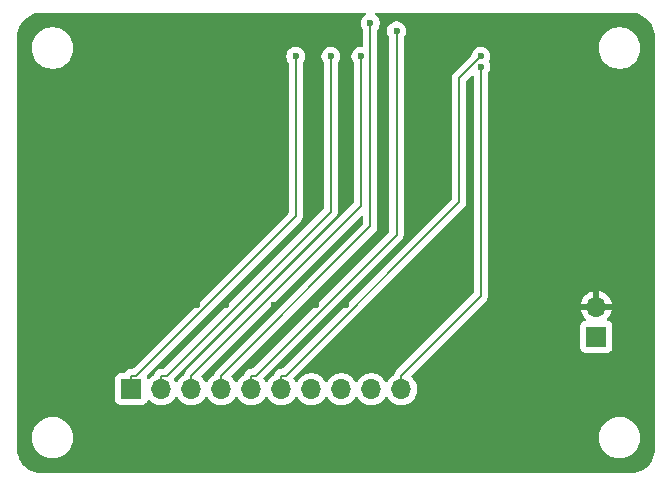
<source format=gbr>
%TF.GenerationSoftware,KiCad,Pcbnew,9.0.0*%
%TF.CreationDate,2025-02-26T09:21:49+02:00*%
%TF.ProjectId,E900M30S shield,45393030-4d33-4305-9320-736869656c64,rev?*%
%TF.SameCoordinates,Original*%
%TF.FileFunction,Copper,L2,Bot*%
%TF.FilePolarity,Positive*%
%FSLAX46Y46*%
G04 Gerber Fmt 4.6, Leading zero omitted, Abs format (unit mm)*
G04 Created by KiCad (PCBNEW 9.0.0) date 2025-02-26 09:21:49*
%MOMM*%
%LPD*%
G01*
G04 APERTURE LIST*
%TA.AperFunction,ComponentPad*%
%ADD10R,1.700000X1.700000*%
%TD*%
%TA.AperFunction,ComponentPad*%
%ADD11O,1.700000X1.700000*%
%TD*%
%TA.AperFunction,ViaPad*%
%ADD12C,0.600000*%
%TD*%
%TA.AperFunction,Conductor*%
%ADD13C,0.200000*%
%TD*%
G04 APERTURE END LIST*
D10*
%TO.P,J1,1*%
%TO.N,NSS*%
X119380000Y-128905000D03*
D11*
%TO.P,J1,2*%
%TO.N,SCK*%
X121920000Y-128905000D03*
%TO.P,J1,3*%
%TO.N,MOSI*%
X124460000Y-128905000D03*
%TO.P,J1,4*%
%TO.N,MISO*%
X127000000Y-128905000D03*
%TO.P,J1,5*%
%TO.N,RST*%
X129540000Y-128905000D03*
%TO.P,J1,6*%
%TO.N,BUSY*%
X132080000Y-128905000D03*
%TO.P,J1,7*%
%TO.N,RXEN*%
X134620000Y-128905000D03*
%TO.P,J1,8*%
%TO.N,TXEN*%
X137160000Y-128905000D03*
%TO.P,J1,9*%
%TO.N,DIO2*%
X139700000Y-128905000D03*
%TO.P,J1,10*%
%TO.N,DIO1*%
X142240000Y-128905000D03*
%TD*%
D10*
%TO.P,J2,1*%
%TO.N,+5V*%
X158750000Y-124460000D03*
D11*
%TO.P,J2,2*%
%TO.N,GND*%
X158750000Y-121920000D03*
%TD*%
D12*
%TO.N,GND*%
X131445000Y-121782000D03*
X145415000Y-119380000D03*
X122357000Y-121782000D03*
X135010000Y-121782000D03*
X127410000Y-103174000D03*
X122330000Y-103174000D03*
X127429000Y-121782000D03*
X145415000Y-127000000D03*
X152790000Y-103174000D03*
X124917000Y-121782000D03*
X137550000Y-121782000D03*
%TO.N,MISO*%
X139625700Y-97910200D03*
%TO.N,MOSI*%
X138820000Y-100726200D03*
%TO.N,DIO1*%
X148980000Y-101611000D03*
%TO.N,NSS*%
X133308700Y-100726200D03*
%TO.N,BUSY*%
X148980000Y-100726200D03*
%TO.N,SCK*%
X136280000Y-100726200D03*
%TO.N,RST*%
X141840200Y-98572000D03*
%TD*%
D13*
%TO.N,MISO*%
X139625700Y-97910200D02*
X139625700Y-115127600D01*
X139625700Y-115127600D02*
X127000000Y-127753300D01*
X127000000Y-128905000D02*
X127000000Y-127753300D01*
%TO.N,MOSI*%
X138820000Y-113393300D02*
X124460000Y-127753300D01*
X124460000Y-128905000D02*
X124460000Y-127753300D01*
X138820000Y-100726200D02*
X138820000Y-113393300D01*
%TO.N,DIO1*%
X148980000Y-101611000D02*
X148980000Y-121013300D01*
X142240000Y-128905000D02*
X142240000Y-127753300D01*
X148980000Y-121013300D02*
X142240000Y-127753300D01*
%TO.N,NSS*%
X119380000Y-128905000D02*
X119380000Y-127753300D01*
X119811900Y-127753300D02*
X119380000Y-127753300D01*
X133308700Y-100726200D02*
X133308700Y-114256500D01*
X133308700Y-114256500D02*
X119811900Y-127753300D01*
%TO.N,BUSY*%
X147125300Y-113066000D02*
X132438000Y-127753300D01*
X147125300Y-102580900D02*
X147125300Y-113066000D01*
X148980000Y-100726200D02*
X147125300Y-102580900D01*
X132438000Y-127753300D02*
X132080000Y-127753300D01*
X132080000Y-128905000D02*
X132080000Y-127753300D01*
%TO.N,SCK*%
X136280000Y-100726200D02*
X136280000Y-113870600D01*
X121920000Y-128905000D02*
X121920000Y-127753300D01*
X122397300Y-127753300D02*
X121920000Y-127753300D01*
X136280000Y-113870600D02*
X122397300Y-127753300D01*
%TO.N,RST*%
X141840200Y-115811100D02*
X129898000Y-127753300D01*
X129898000Y-127753300D02*
X129540000Y-127753300D01*
X129540000Y-128905000D02*
X129540000Y-127753300D01*
X141840200Y-98572000D02*
X141840200Y-115811100D01*
%TD*%
%TA.AperFunction,Conductor*%
%TO.N,GND*%
G36*
X139174633Y-97040185D02*
G01*
X139220388Y-97092989D01*
X139230332Y-97162147D01*
X139201307Y-97225703D01*
X139176485Y-97247602D01*
X139115411Y-97288410D01*
X139115407Y-97288413D01*
X139003913Y-97399907D01*
X139003910Y-97399911D01*
X138916309Y-97531014D01*
X138916302Y-97531027D01*
X138855964Y-97676698D01*
X138855961Y-97676710D01*
X138825200Y-97831353D01*
X138825200Y-97989046D01*
X138855961Y-98143689D01*
X138855964Y-98143701D01*
X138916302Y-98289372D01*
X138916309Y-98289385D01*
X139004302Y-98421074D01*
X139025180Y-98487751D01*
X139025200Y-98489965D01*
X139025200Y-99801700D01*
X139005515Y-99868739D01*
X138952711Y-99914494D01*
X138901200Y-99925700D01*
X138741155Y-99925700D01*
X138586510Y-99956461D01*
X138586498Y-99956464D01*
X138440827Y-100016802D01*
X138440814Y-100016809D01*
X138309711Y-100104410D01*
X138309707Y-100104413D01*
X138198213Y-100215907D01*
X138198210Y-100215911D01*
X138110609Y-100347014D01*
X138110602Y-100347027D01*
X138050264Y-100492698D01*
X138050261Y-100492710D01*
X138019500Y-100647353D01*
X138019500Y-100805046D01*
X138050261Y-100959689D01*
X138050264Y-100959701D01*
X138110602Y-101105372D01*
X138110609Y-101105385D01*
X138198602Y-101237074D01*
X138219480Y-101303751D01*
X138219500Y-101305965D01*
X138219500Y-113093202D01*
X138199815Y-113160241D01*
X138183181Y-113180883D01*
X123979481Y-127384582D01*
X123979479Y-127384585D01*
X123934742Y-127462073D01*
X123929360Y-127471395D01*
X123900423Y-127521515D01*
X123865839Y-127650582D01*
X123863953Y-127655742D01*
X123846331Y-127679606D01*
X123830898Y-127704926D01*
X123824239Y-127709526D01*
X123822450Y-127711949D01*
X123818625Y-127713404D01*
X123803785Y-127723656D01*
X123752182Y-127749949D01*
X123580213Y-127874890D01*
X123429890Y-128025213D01*
X123304949Y-128197182D01*
X123300484Y-128205946D01*
X123252509Y-128256742D01*
X123184688Y-128273536D01*
X123118553Y-128250998D01*
X123079516Y-128205946D01*
X123075052Y-128197186D01*
X123075051Y-128197184D01*
X123022671Y-128125089D01*
X122999192Y-128059284D01*
X123015017Y-127991230D01*
X123035305Y-127964528D01*
X136760520Y-114239316D01*
X136839577Y-114102384D01*
X136880501Y-113949657D01*
X136880501Y-113791542D01*
X136880501Y-113783947D01*
X136880500Y-113783929D01*
X136880500Y-101305965D01*
X136900185Y-101238926D01*
X136901398Y-101237074D01*
X136989390Y-101105385D01*
X136989390Y-101105384D01*
X136989394Y-101105379D01*
X137049737Y-100959697D01*
X137080500Y-100805042D01*
X137080500Y-100647358D01*
X137080500Y-100647355D01*
X137080499Y-100647353D01*
X137049738Y-100492710D01*
X137049738Y-100492708D01*
X137049737Y-100492703D01*
X136995698Y-100362240D01*
X136989397Y-100347027D01*
X136989390Y-100347014D01*
X136901789Y-100215911D01*
X136901786Y-100215907D01*
X136790292Y-100104413D01*
X136790288Y-100104410D01*
X136659185Y-100016809D01*
X136659172Y-100016802D01*
X136513501Y-99956464D01*
X136513489Y-99956461D01*
X136358845Y-99925700D01*
X136358842Y-99925700D01*
X136201158Y-99925700D01*
X136201155Y-99925700D01*
X136046510Y-99956461D01*
X136046498Y-99956464D01*
X135900827Y-100016802D01*
X135900814Y-100016809D01*
X135769711Y-100104410D01*
X135769707Y-100104413D01*
X135658213Y-100215907D01*
X135658210Y-100215911D01*
X135570609Y-100347014D01*
X135570602Y-100347027D01*
X135510264Y-100492698D01*
X135510261Y-100492710D01*
X135479500Y-100647353D01*
X135479500Y-100805046D01*
X135510261Y-100959689D01*
X135510264Y-100959701D01*
X135570602Y-101105372D01*
X135570609Y-101105385D01*
X135658602Y-101237074D01*
X135679480Y-101303751D01*
X135679500Y-101305965D01*
X135679500Y-113570502D01*
X135659815Y-113637541D01*
X135643181Y-113658183D01*
X122184884Y-127116481D01*
X122123561Y-127149966D01*
X122097203Y-127152800D01*
X121840943Y-127152800D01*
X121688216Y-127193723D01*
X121688209Y-127193726D01*
X121551290Y-127272775D01*
X121551282Y-127272781D01*
X121439481Y-127384582D01*
X121439475Y-127384590D01*
X121360426Y-127521509D01*
X121360423Y-127521514D01*
X121327264Y-127645266D01*
X121290898Y-127704926D01*
X121263785Y-127723656D01*
X121212182Y-127749949D01*
X121040215Y-127874889D01*
X120926673Y-127988431D01*
X120865350Y-128021915D01*
X120795658Y-128016931D01*
X120739725Y-127975059D01*
X120722810Y-127944083D01*
X120697005Y-127874896D01*
X120682075Y-127834868D01*
X120677092Y-127765179D01*
X120710575Y-127703858D01*
X133789220Y-114625216D01*
X133868277Y-114488284D01*
X133909201Y-114335557D01*
X133909201Y-114177442D01*
X133909201Y-114169847D01*
X133909200Y-114169829D01*
X133909200Y-101305965D01*
X133928885Y-101238926D01*
X133930098Y-101237074D01*
X134018090Y-101105385D01*
X134018090Y-101105384D01*
X134018094Y-101105379D01*
X134078437Y-100959697D01*
X134109200Y-100805042D01*
X134109200Y-100647358D01*
X134109200Y-100647355D01*
X134109199Y-100647353D01*
X134078438Y-100492710D01*
X134078438Y-100492708D01*
X134078437Y-100492703D01*
X134024398Y-100362240D01*
X134018097Y-100347027D01*
X134018090Y-100347014D01*
X133930489Y-100215911D01*
X133930486Y-100215907D01*
X133818992Y-100104413D01*
X133818988Y-100104410D01*
X133687885Y-100016809D01*
X133687872Y-100016802D01*
X133542201Y-99956464D01*
X133542189Y-99956461D01*
X133387545Y-99925700D01*
X133387542Y-99925700D01*
X133229858Y-99925700D01*
X133229855Y-99925700D01*
X133075210Y-99956461D01*
X133075198Y-99956464D01*
X132929527Y-100016802D01*
X132929514Y-100016809D01*
X132798411Y-100104410D01*
X132798407Y-100104413D01*
X132686913Y-100215907D01*
X132686910Y-100215911D01*
X132599309Y-100347014D01*
X132599302Y-100347027D01*
X132538964Y-100492698D01*
X132538961Y-100492710D01*
X132508200Y-100647353D01*
X132508200Y-100805046D01*
X132538961Y-100959689D01*
X132538964Y-100959701D01*
X132599302Y-101105372D01*
X132599309Y-101105385D01*
X132687302Y-101237074D01*
X132708180Y-101303751D01*
X132708200Y-101305965D01*
X132708200Y-113956402D01*
X132688515Y-114023441D01*
X132671881Y-114044083D01*
X119599484Y-127116481D01*
X119538161Y-127149966D01*
X119511803Y-127152800D01*
X119300943Y-127152800D01*
X119148216Y-127193723D01*
X119148209Y-127193726D01*
X119011290Y-127272775D01*
X119011282Y-127272781D01*
X118899481Y-127384582D01*
X118899477Y-127384587D01*
X118837174Y-127492500D01*
X118786607Y-127540716D01*
X118729787Y-127554500D01*
X118482130Y-127554500D01*
X118482123Y-127554501D01*
X118422516Y-127560908D01*
X118287671Y-127611202D01*
X118287664Y-127611206D01*
X118172455Y-127697452D01*
X118172452Y-127697455D01*
X118086206Y-127812664D01*
X118086202Y-127812671D01*
X118035908Y-127947517D01*
X118029501Y-128007116D01*
X118029500Y-128007135D01*
X118029500Y-129802870D01*
X118029501Y-129802876D01*
X118035908Y-129862483D01*
X118086202Y-129997328D01*
X118086206Y-129997335D01*
X118172452Y-130112544D01*
X118172455Y-130112547D01*
X118287664Y-130198793D01*
X118287671Y-130198797D01*
X118422517Y-130249091D01*
X118422516Y-130249091D01*
X118429444Y-130249835D01*
X118482127Y-130255500D01*
X120277872Y-130255499D01*
X120337483Y-130249091D01*
X120472331Y-130198796D01*
X120587546Y-130112546D01*
X120673796Y-129997331D01*
X120722810Y-129865916D01*
X120764681Y-129809984D01*
X120830145Y-129785566D01*
X120898418Y-129800417D01*
X120926673Y-129821569D01*
X121040213Y-129935109D01*
X121212179Y-130060048D01*
X121212181Y-130060049D01*
X121212184Y-130060051D01*
X121401588Y-130156557D01*
X121603757Y-130222246D01*
X121813713Y-130255500D01*
X121813714Y-130255500D01*
X122026286Y-130255500D01*
X122026287Y-130255500D01*
X122236243Y-130222246D01*
X122438412Y-130156557D01*
X122627816Y-130060051D01*
X122714138Y-129997335D01*
X122799786Y-129935109D01*
X122799788Y-129935106D01*
X122799792Y-129935104D01*
X122950104Y-129784792D01*
X122950106Y-129784788D01*
X122950109Y-129784786D01*
X123075048Y-129612820D01*
X123075047Y-129612820D01*
X123075051Y-129612816D01*
X123079514Y-129604054D01*
X123127488Y-129553259D01*
X123195308Y-129536463D01*
X123261444Y-129558999D01*
X123300486Y-129604056D01*
X123304951Y-129612820D01*
X123429890Y-129784786D01*
X123580213Y-129935109D01*
X123752179Y-130060048D01*
X123752181Y-130060049D01*
X123752184Y-130060051D01*
X123941588Y-130156557D01*
X124143757Y-130222246D01*
X124353713Y-130255500D01*
X124353714Y-130255500D01*
X124566286Y-130255500D01*
X124566287Y-130255500D01*
X124776243Y-130222246D01*
X124978412Y-130156557D01*
X125167816Y-130060051D01*
X125254138Y-129997335D01*
X125339786Y-129935109D01*
X125339788Y-129935106D01*
X125339792Y-129935104D01*
X125490104Y-129784792D01*
X125490106Y-129784788D01*
X125490109Y-129784786D01*
X125615048Y-129612820D01*
X125615047Y-129612820D01*
X125615051Y-129612816D01*
X125619514Y-129604054D01*
X125667488Y-129553259D01*
X125735308Y-129536463D01*
X125801444Y-129558999D01*
X125840486Y-129604056D01*
X125844951Y-129612820D01*
X125969890Y-129784786D01*
X126120213Y-129935109D01*
X126292179Y-130060048D01*
X126292181Y-130060049D01*
X126292184Y-130060051D01*
X126481588Y-130156557D01*
X126683757Y-130222246D01*
X126893713Y-130255500D01*
X126893714Y-130255500D01*
X127106286Y-130255500D01*
X127106287Y-130255500D01*
X127316243Y-130222246D01*
X127518412Y-130156557D01*
X127707816Y-130060051D01*
X127794138Y-129997335D01*
X127879786Y-129935109D01*
X127879788Y-129935106D01*
X127879792Y-129935104D01*
X128030104Y-129784792D01*
X128030106Y-129784788D01*
X128030109Y-129784786D01*
X128155048Y-129612820D01*
X128155047Y-129612820D01*
X128155051Y-129612816D01*
X128159514Y-129604054D01*
X128207488Y-129553259D01*
X128275308Y-129536463D01*
X128341444Y-129558999D01*
X128380486Y-129604056D01*
X128384951Y-129612820D01*
X128509890Y-129784786D01*
X128660213Y-129935109D01*
X128832179Y-130060048D01*
X128832181Y-130060049D01*
X128832184Y-130060051D01*
X129021588Y-130156557D01*
X129223757Y-130222246D01*
X129433713Y-130255500D01*
X129433714Y-130255500D01*
X129646286Y-130255500D01*
X129646287Y-130255500D01*
X129856243Y-130222246D01*
X130058412Y-130156557D01*
X130247816Y-130060051D01*
X130334138Y-129997335D01*
X130419786Y-129935109D01*
X130419788Y-129935106D01*
X130419792Y-129935104D01*
X130570104Y-129784792D01*
X130570106Y-129784788D01*
X130570109Y-129784786D01*
X130695048Y-129612820D01*
X130695047Y-129612820D01*
X130695051Y-129612816D01*
X130699514Y-129604054D01*
X130747488Y-129553259D01*
X130815308Y-129536463D01*
X130881444Y-129558999D01*
X130920486Y-129604056D01*
X130924951Y-129612820D01*
X131049890Y-129784786D01*
X131200213Y-129935109D01*
X131372179Y-130060048D01*
X131372181Y-130060049D01*
X131372184Y-130060051D01*
X131561588Y-130156557D01*
X131763757Y-130222246D01*
X131973713Y-130255500D01*
X131973714Y-130255500D01*
X132186286Y-130255500D01*
X132186287Y-130255500D01*
X132396243Y-130222246D01*
X132598412Y-130156557D01*
X132787816Y-130060051D01*
X132874138Y-129997335D01*
X132959786Y-129935109D01*
X132959788Y-129935106D01*
X132959792Y-129935104D01*
X133110104Y-129784792D01*
X133110106Y-129784788D01*
X133110109Y-129784786D01*
X133235048Y-129612820D01*
X133235047Y-129612820D01*
X133235051Y-129612816D01*
X133239514Y-129604054D01*
X133287488Y-129553259D01*
X133355308Y-129536463D01*
X133421444Y-129558999D01*
X133460486Y-129604056D01*
X133464951Y-129612820D01*
X133589890Y-129784786D01*
X133740213Y-129935109D01*
X133912179Y-130060048D01*
X133912181Y-130060049D01*
X133912184Y-130060051D01*
X134101588Y-130156557D01*
X134303757Y-130222246D01*
X134513713Y-130255500D01*
X134513714Y-130255500D01*
X134726286Y-130255500D01*
X134726287Y-130255500D01*
X134936243Y-130222246D01*
X135138412Y-130156557D01*
X135327816Y-130060051D01*
X135414138Y-129997335D01*
X135499786Y-129935109D01*
X135499788Y-129935106D01*
X135499792Y-129935104D01*
X135650104Y-129784792D01*
X135650106Y-129784788D01*
X135650109Y-129784786D01*
X135775048Y-129612820D01*
X135775047Y-129612820D01*
X135775051Y-129612816D01*
X135779514Y-129604054D01*
X135827488Y-129553259D01*
X135895308Y-129536463D01*
X135961444Y-129558999D01*
X136000486Y-129604056D01*
X136004951Y-129612820D01*
X136129890Y-129784786D01*
X136280213Y-129935109D01*
X136452179Y-130060048D01*
X136452181Y-130060049D01*
X136452184Y-130060051D01*
X136641588Y-130156557D01*
X136843757Y-130222246D01*
X137053713Y-130255500D01*
X137053714Y-130255500D01*
X137266286Y-130255500D01*
X137266287Y-130255500D01*
X137476243Y-130222246D01*
X137678412Y-130156557D01*
X137867816Y-130060051D01*
X137954138Y-129997335D01*
X138039786Y-129935109D01*
X138039788Y-129935106D01*
X138039792Y-129935104D01*
X138190104Y-129784792D01*
X138190106Y-129784788D01*
X138190109Y-129784786D01*
X138315048Y-129612820D01*
X138315047Y-129612820D01*
X138315051Y-129612816D01*
X138319514Y-129604054D01*
X138367488Y-129553259D01*
X138435308Y-129536463D01*
X138501444Y-129558999D01*
X138540486Y-129604056D01*
X138544951Y-129612820D01*
X138669890Y-129784786D01*
X138820213Y-129935109D01*
X138992179Y-130060048D01*
X138992181Y-130060049D01*
X138992184Y-130060051D01*
X139181588Y-130156557D01*
X139383757Y-130222246D01*
X139593713Y-130255500D01*
X139593714Y-130255500D01*
X139806286Y-130255500D01*
X139806287Y-130255500D01*
X140016243Y-130222246D01*
X140218412Y-130156557D01*
X140407816Y-130060051D01*
X140494138Y-129997335D01*
X140579786Y-129935109D01*
X140579788Y-129935106D01*
X140579792Y-129935104D01*
X140730104Y-129784792D01*
X140730106Y-129784788D01*
X140730109Y-129784786D01*
X140855048Y-129612820D01*
X140855047Y-129612820D01*
X140855051Y-129612816D01*
X140859514Y-129604054D01*
X140907488Y-129553259D01*
X140975308Y-129536463D01*
X141041444Y-129558999D01*
X141080486Y-129604056D01*
X141084951Y-129612820D01*
X141209890Y-129784786D01*
X141360213Y-129935109D01*
X141532179Y-130060048D01*
X141532181Y-130060049D01*
X141532184Y-130060051D01*
X141721588Y-130156557D01*
X141923757Y-130222246D01*
X142133713Y-130255500D01*
X142133714Y-130255500D01*
X142346286Y-130255500D01*
X142346287Y-130255500D01*
X142556243Y-130222246D01*
X142758412Y-130156557D01*
X142947816Y-130060051D01*
X143034138Y-129997335D01*
X143119786Y-129935109D01*
X143119788Y-129935106D01*
X143119792Y-129935104D01*
X143270104Y-129784792D01*
X143270106Y-129784788D01*
X143270109Y-129784786D01*
X143395048Y-129612820D01*
X143395047Y-129612820D01*
X143395051Y-129612816D01*
X143491557Y-129423412D01*
X143557246Y-129221243D01*
X143590500Y-129011287D01*
X143590500Y-128798713D01*
X143557246Y-128588757D01*
X143491557Y-128386588D01*
X143395051Y-128197184D01*
X143395049Y-128197181D01*
X143395048Y-128197179D01*
X143270109Y-128025213D01*
X143131396Y-127886500D01*
X143097911Y-127825177D01*
X143102895Y-127755485D01*
X143131396Y-127711138D01*
X145174990Y-125667544D01*
X147280399Y-123562135D01*
X157399500Y-123562135D01*
X157399500Y-125357870D01*
X157399501Y-125357876D01*
X157405908Y-125417483D01*
X157456202Y-125552328D01*
X157456206Y-125552335D01*
X157542452Y-125667544D01*
X157542455Y-125667547D01*
X157657664Y-125753793D01*
X157657671Y-125753797D01*
X157792517Y-125804091D01*
X157792516Y-125804091D01*
X157799444Y-125804835D01*
X157852127Y-125810500D01*
X159647872Y-125810499D01*
X159707483Y-125804091D01*
X159842331Y-125753796D01*
X159957546Y-125667546D01*
X160043796Y-125552331D01*
X160094091Y-125417483D01*
X160100500Y-125357873D01*
X160100499Y-123562128D01*
X160094091Y-123502517D01*
X160043796Y-123367669D01*
X160043795Y-123367668D01*
X160043793Y-123367664D01*
X159957547Y-123252455D01*
X159957544Y-123252452D01*
X159842335Y-123166206D01*
X159842328Y-123166202D01*
X159710401Y-123116997D01*
X159654467Y-123075126D01*
X159630050Y-123009662D01*
X159644902Y-122941389D01*
X159666053Y-122913133D01*
X159779728Y-122799458D01*
X159904620Y-122627557D01*
X160001095Y-122438217D01*
X160066757Y-122236129D01*
X160066757Y-122236126D01*
X160077231Y-122170000D01*
X159183012Y-122170000D01*
X159215925Y-122112993D01*
X159250000Y-121985826D01*
X159250000Y-121854174D01*
X159215925Y-121727007D01*
X159183012Y-121670000D01*
X160077231Y-121670000D01*
X160066757Y-121603873D01*
X160066757Y-121603870D01*
X160001095Y-121401782D01*
X159904620Y-121212442D01*
X159779727Y-121040540D01*
X159779723Y-121040535D01*
X159629464Y-120890276D01*
X159629459Y-120890272D01*
X159457557Y-120765379D01*
X159268215Y-120668903D01*
X159066124Y-120603241D01*
X159000000Y-120592768D01*
X159000000Y-121486988D01*
X158942993Y-121454075D01*
X158815826Y-121420000D01*
X158684174Y-121420000D01*
X158557007Y-121454075D01*
X158500000Y-121486988D01*
X158500000Y-120592768D01*
X158499999Y-120592768D01*
X158433875Y-120603241D01*
X158231784Y-120668903D01*
X158042442Y-120765379D01*
X157870540Y-120890272D01*
X157870535Y-120890276D01*
X157720276Y-121040535D01*
X157720272Y-121040540D01*
X157595379Y-121212442D01*
X157498904Y-121401782D01*
X157433242Y-121603870D01*
X157433242Y-121603873D01*
X157422769Y-121670000D01*
X158316988Y-121670000D01*
X158284075Y-121727007D01*
X158250000Y-121854174D01*
X158250000Y-121985826D01*
X158284075Y-122112993D01*
X158316988Y-122170000D01*
X157422769Y-122170000D01*
X157433242Y-122236126D01*
X157433242Y-122236129D01*
X157498904Y-122438217D01*
X157595379Y-122627557D01*
X157720272Y-122799459D01*
X157720276Y-122799464D01*
X157833946Y-122913134D01*
X157867431Y-122974457D01*
X157862447Y-123044149D01*
X157820575Y-123100082D01*
X157789598Y-123116997D01*
X157657671Y-123166202D01*
X157657664Y-123166206D01*
X157542455Y-123252452D01*
X157542452Y-123252455D01*
X157456206Y-123367664D01*
X157456202Y-123367671D01*
X157405908Y-123502517D01*
X157399501Y-123562116D01*
X157399501Y-123562123D01*
X157399500Y-123562135D01*
X147280399Y-123562135D01*
X149338506Y-121504028D01*
X149338511Y-121504024D01*
X149348714Y-121493820D01*
X149348716Y-121493820D01*
X149460520Y-121382016D01*
X149539577Y-121245084D01*
X149580500Y-121092357D01*
X149580500Y-102190765D01*
X149600185Y-102123726D01*
X149601398Y-102121874D01*
X149689390Y-101990185D01*
X149689390Y-101990184D01*
X149689394Y-101990179D01*
X149749737Y-101844497D01*
X149780500Y-101689842D01*
X149780500Y-101532158D01*
X149780500Y-101532155D01*
X149780499Y-101532153D01*
X149749738Y-101377510D01*
X149749737Y-101377503D01*
X149689394Y-101231821D01*
X149689393Y-101231819D01*
X149686846Y-101227054D01*
X149672604Y-101158651D01*
X149686846Y-101110146D01*
X149689390Y-101105384D01*
X149689394Y-101105379D01*
X149749737Y-100959697D01*
X149780500Y-100805042D01*
X149780500Y-100647358D01*
X149780500Y-100647355D01*
X149780499Y-100647353D01*
X149749738Y-100492710D01*
X149749738Y-100492708D01*
X149749737Y-100492703D01*
X149695698Y-100362240D01*
X149689397Y-100347027D01*
X149689390Y-100347014D01*
X149601789Y-100215911D01*
X149601786Y-100215907D01*
X149490292Y-100104413D01*
X149490288Y-100104410D01*
X149359185Y-100016809D01*
X149359175Y-100016804D01*
X149356676Y-100015769D01*
X149356675Y-100015768D01*
X149356674Y-100015768D01*
X149213501Y-99956464D01*
X149213489Y-99956461D01*
X149058845Y-99925700D01*
X149058842Y-99925700D01*
X148901158Y-99925700D01*
X148901155Y-99925700D01*
X148746510Y-99956461D01*
X148746498Y-99956464D01*
X148600827Y-100016802D01*
X148600814Y-100016809D01*
X148469711Y-100104410D01*
X148469707Y-100104413D01*
X148358213Y-100215907D01*
X148358210Y-100215911D01*
X148270609Y-100347014D01*
X148270602Y-100347027D01*
X148210264Y-100492698D01*
X148210261Y-100492708D01*
X148179361Y-100648050D01*
X148146976Y-100709961D01*
X148145425Y-100711539D01*
X146644781Y-102212182D01*
X146644777Y-102212187D01*
X146630742Y-102236499D01*
X146630741Y-102236501D01*
X146565723Y-102349115D01*
X146524799Y-102501843D01*
X146524799Y-102501845D01*
X146524799Y-102669946D01*
X146524800Y-102669959D01*
X146524800Y-112765903D01*
X146505115Y-112832942D01*
X146488481Y-112853584D01*
X132225584Y-127116481D01*
X132164261Y-127149966D01*
X132137903Y-127152800D01*
X132000943Y-127152800D01*
X131848216Y-127193723D01*
X131848209Y-127193726D01*
X131711290Y-127272775D01*
X131711282Y-127272781D01*
X131599481Y-127384582D01*
X131599475Y-127384590D01*
X131520426Y-127521509D01*
X131520423Y-127521514D01*
X131487264Y-127645266D01*
X131450898Y-127704926D01*
X131423785Y-127723656D01*
X131372182Y-127749949D01*
X131200213Y-127874890D01*
X131049890Y-128025213D01*
X130924949Y-128197182D01*
X130920484Y-128205946D01*
X130872509Y-128256742D01*
X130804688Y-128273536D01*
X130738553Y-128250998D01*
X130699516Y-128205946D01*
X130695050Y-128197182D01*
X130592470Y-128055992D01*
X130568990Y-127990186D01*
X130584816Y-127922132D01*
X130605103Y-127895430D01*
X142208913Y-116291621D01*
X142208916Y-116291620D01*
X142320720Y-116179816D01*
X142370839Y-116093004D01*
X142399777Y-116042885D01*
X142440700Y-115890158D01*
X142440700Y-115732043D01*
X142440700Y-99905258D01*
X158969500Y-99905258D01*
X158969500Y-100134741D01*
X158994446Y-100324215D01*
X158999452Y-100362238D01*
X159035153Y-100495478D01*
X159058842Y-100583887D01*
X159146650Y-100795876D01*
X159146657Y-100795890D01*
X159261392Y-100994617D01*
X159401081Y-101176661D01*
X159401089Y-101176670D01*
X159563330Y-101338911D01*
X159563338Y-101338918D01*
X159745382Y-101478607D01*
X159745385Y-101478608D01*
X159745388Y-101478611D01*
X159944112Y-101593344D01*
X159944117Y-101593346D01*
X159944123Y-101593349D01*
X160035480Y-101631190D01*
X160156113Y-101681158D01*
X160377762Y-101740548D01*
X160605266Y-101770500D01*
X160605273Y-101770500D01*
X160834727Y-101770500D01*
X160834734Y-101770500D01*
X161062238Y-101740548D01*
X161283887Y-101681158D01*
X161495888Y-101593344D01*
X161694612Y-101478611D01*
X161876661Y-101338919D01*
X161876665Y-101338914D01*
X161876670Y-101338911D01*
X162038911Y-101176670D01*
X162038914Y-101176665D01*
X162038919Y-101176661D01*
X162178611Y-100994612D01*
X162293344Y-100795888D01*
X162381158Y-100583887D01*
X162440548Y-100362238D01*
X162470500Y-100134734D01*
X162470500Y-99905266D01*
X162440548Y-99677762D01*
X162381158Y-99456113D01*
X162317642Y-99302773D01*
X162293349Y-99244123D01*
X162293346Y-99244117D01*
X162293344Y-99244112D01*
X162178611Y-99045388D01*
X162178608Y-99045385D01*
X162178607Y-99045382D01*
X162038918Y-98863338D01*
X162038911Y-98863330D01*
X161876670Y-98701089D01*
X161876661Y-98701081D01*
X161694617Y-98561392D01*
X161669623Y-98546962D01*
X161495888Y-98446656D01*
X161495876Y-98446650D01*
X161283887Y-98358842D01*
X161062238Y-98299452D01*
X161024215Y-98294446D01*
X160834741Y-98269500D01*
X160834734Y-98269500D01*
X160605266Y-98269500D01*
X160605258Y-98269500D01*
X160388715Y-98298009D01*
X160377762Y-98299452D01*
X160284076Y-98324554D01*
X160156112Y-98358842D01*
X159944123Y-98446650D01*
X159944109Y-98446657D01*
X159745382Y-98561392D01*
X159563338Y-98701081D01*
X159401081Y-98863338D01*
X159261392Y-99045382D01*
X159146657Y-99244109D01*
X159146650Y-99244123D01*
X159058842Y-99456112D01*
X158999453Y-99677759D01*
X158999451Y-99677770D01*
X158969500Y-99905258D01*
X142440700Y-99905258D01*
X142440700Y-99151765D01*
X142460385Y-99084726D01*
X142461598Y-99082874D01*
X142466221Y-99075956D01*
X142549594Y-98951179D01*
X142609937Y-98805497D01*
X142640700Y-98650842D01*
X142640700Y-98493158D01*
X142640700Y-98493155D01*
X142640699Y-98493153D01*
X142626730Y-98422926D01*
X142609937Y-98338503D01*
X142589592Y-98289385D01*
X142549597Y-98192827D01*
X142549590Y-98192814D01*
X142461989Y-98061711D01*
X142461986Y-98061707D01*
X142350492Y-97950213D01*
X142350488Y-97950210D01*
X142219385Y-97862609D01*
X142219372Y-97862602D01*
X142073701Y-97802264D01*
X142073689Y-97802261D01*
X141919045Y-97771500D01*
X141919042Y-97771500D01*
X141761358Y-97771500D01*
X141761355Y-97771500D01*
X141606710Y-97802261D01*
X141606698Y-97802264D01*
X141461027Y-97862602D01*
X141461014Y-97862609D01*
X141329911Y-97950210D01*
X141329907Y-97950213D01*
X141218413Y-98061707D01*
X141218410Y-98061711D01*
X141130809Y-98192814D01*
X141130802Y-98192827D01*
X141070464Y-98338498D01*
X141070461Y-98338510D01*
X141039700Y-98493153D01*
X141039700Y-98650846D01*
X141070461Y-98805489D01*
X141070464Y-98805501D01*
X141130802Y-98951172D01*
X141130809Y-98951185D01*
X141218802Y-99082874D01*
X141239680Y-99149551D01*
X141239700Y-99151765D01*
X141239700Y-115511003D01*
X141220015Y-115578042D01*
X141203381Y-115598684D01*
X129685584Y-127116481D01*
X129624261Y-127149966D01*
X129597903Y-127152800D01*
X129460943Y-127152800D01*
X129308216Y-127193723D01*
X129308209Y-127193726D01*
X129171290Y-127272775D01*
X129171282Y-127272781D01*
X129059481Y-127384582D01*
X129059475Y-127384590D01*
X128980426Y-127521509D01*
X128980423Y-127521514D01*
X128947264Y-127645266D01*
X128910898Y-127704926D01*
X128883785Y-127723656D01*
X128832182Y-127749949D01*
X128660213Y-127874890D01*
X128509890Y-128025213D01*
X128384949Y-128197182D01*
X128380484Y-128205946D01*
X128332509Y-128256742D01*
X128264688Y-128273536D01*
X128198553Y-128250998D01*
X128159516Y-128205946D01*
X128155050Y-128197182D01*
X128030109Y-128025213D01*
X127891396Y-127886500D01*
X127857911Y-127825177D01*
X127862895Y-127755485D01*
X127891396Y-127711138D01*
X133932534Y-121670000D01*
X139994413Y-115608121D01*
X139994416Y-115608120D01*
X140106220Y-115496316D01*
X140156339Y-115409504D01*
X140185277Y-115359385D01*
X140226200Y-115206657D01*
X140226200Y-115048543D01*
X140226200Y-98489965D01*
X140245885Y-98422926D01*
X140247098Y-98421074D01*
X140335090Y-98289385D01*
X140335090Y-98289384D01*
X140335094Y-98289379D01*
X140336164Y-98286797D01*
X140395435Y-98143701D01*
X140395437Y-98143697D01*
X140426200Y-97989042D01*
X140426200Y-97831358D01*
X140426200Y-97831355D01*
X140426199Y-97831353D01*
X140395438Y-97676710D01*
X140395437Y-97676703D01*
X140376019Y-97629824D01*
X140335097Y-97531027D01*
X140335090Y-97531014D01*
X140247489Y-97399911D01*
X140247486Y-97399907D01*
X140135992Y-97288413D01*
X140135988Y-97288410D01*
X140074915Y-97247602D01*
X140030110Y-97193990D01*
X140021403Y-97124665D01*
X140051558Y-97061637D01*
X140111001Y-97024918D01*
X140143806Y-97020500D01*
X161594108Y-97020500D01*
X161655933Y-97020500D01*
X161664042Y-97020765D01*
X161687442Y-97022298D01*
X161920725Y-97037588D01*
X161936783Y-97039703D01*
X162185077Y-97089092D01*
X162200728Y-97093286D01*
X162440439Y-97174657D01*
X162455423Y-97180863D01*
X162682460Y-97292826D01*
X162696508Y-97300936D01*
X162906990Y-97441576D01*
X162919854Y-97451447D01*
X163110175Y-97618355D01*
X163121644Y-97629824D01*
X163288552Y-97820145D01*
X163298426Y-97833013D01*
X163439063Y-98043492D01*
X163447173Y-98057539D01*
X163559136Y-98284576D01*
X163565343Y-98299562D01*
X163646711Y-98539265D01*
X163650909Y-98554931D01*
X163700294Y-98803202D01*
X163702412Y-98819284D01*
X163719235Y-99075956D01*
X163719500Y-99084066D01*
X163719500Y-133955933D01*
X163719235Y-133964043D01*
X163702412Y-134220715D01*
X163700294Y-134236797D01*
X163650909Y-134485068D01*
X163646711Y-134500734D01*
X163565343Y-134740437D01*
X163559136Y-134755423D01*
X163447173Y-134982460D01*
X163439063Y-134996507D01*
X163298426Y-135206986D01*
X163288552Y-135219854D01*
X163121644Y-135410175D01*
X163110175Y-135421644D01*
X162919854Y-135588552D01*
X162906986Y-135598426D01*
X162696507Y-135739063D01*
X162682460Y-135747173D01*
X162455423Y-135859136D01*
X162440437Y-135865343D01*
X162200734Y-135946711D01*
X162185068Y-135950909D01*
X161936797Y-136000294D01*
X161920715Y-136002412D01*
X161664043Y-136019235D01*
X161655933Y-136019500D01*
X111784067Y-136019500D01*
X111775957Y-136019235D01*
X111519284Y-136002412D01*
X111503204Y-136000294D01*
X111383728Y-135976528D01*
X111254931Y-135950909D01*
X111239265Y-135946711D01*
X110999562Y-135865343D01*
X110984576Y-135859136D01*
X110757539Y-135747173D01*
X110743492Y-135739063D01*
X110533013Y-135598426D01*
X110520145Y-135588552D01*
X110329824Y-135421644D01*
X110318355Y-135410175D01*
X110151447Y-135219854D01*
X110141573Y-135206986D01*
X110000936Y-134996507D01*
X109992826Y-134982460D01*
X109880863Y-134755423D01*
X109874656Y-134740437D01*
X109854533Y-134681157D01*
X109793286Y-134500728D01*
X109789092Y-134485077D01*
X109739703Y-134236783D01*
X109737588Y-134220725D01*
X109720765Y-133964042D01*
X109720500Y-133955933D01*
X109720500Y-132905258D01*
X110969500Y-132905258D01*
X110969500Y-133134741D01*
X110994446Y-133324215D01*
X110999452Y-133362238D01*
X111035153Y-133495478D01*
X111058842Y-133583887D01*
X111146650Y-133795876D01*
X111146656Y-133795888D01*
X111243739Y-133964042D01*
X111261392Y-133994617D01*
X111401081Y-134176661D01*
X111401089Y-134176670D01*
X111563330Y-134338911D01*
X111563338Y-134338918D01*
X111745382Y-134478607D01*
X111745385Y-134478608D01*
X111745388Y-134478611D01*
X111944112Y-134593344D01*
X111944117Y-134593346D01*
X111944123Y-134593349D01*
X112035480Y-134631190D01*
X112156113Y-134681158D01*
X112377762Y-134740548D01*
X112605266Y-134770500D01*
X112605273Y-134770500D01*
X112834727Y-134770500D01*
X112834734Y-134770500D01*
X113062238Y-134740548D01*
X113283887Y-134681158D01*
X113495888Y-134593344D01*
X113694612Y-134478611D01*
X113876661Y-134338919D01*
X113876665Y-134338914D01*
X113876670Y-134338911D01*
X114038911Y-134176670D01*
X114038914Y-134176665D01*
X114038919Y-134176661D01*
X114178611Y-133994612D01*
X114293344Y-133795888D01*
X114381158Y-133583887D01*
X114440548Y-133362238D01*
X114470500Y-133134734D01*
X114470500Y-132905266D01*
X114470499Y-132905258D01*
X158969500Y-132905258D01*
X158969500Y-133134741D01*
X158994446Y-133324215D01*
X158999452Y-133362238D01*
X159035153Y-133495478D01*
X159058842Y-133583887D01*
X159146650Y-133795876D01*
X159146656Y-133795888D01*
X159243739Y-133964042D01*
X159261392Y-133994617D01*
X159401081Y-134176661D01*
X159401089Y-134176670D01*
X159563330Y-134338911D01*
X159563338Y-134338918D01*
X159745382Y-134478607D01*
X159745385Y-134478608D01*
X159745388Y-134478611D01*
X159944112Y-134593344D01*
X159944117Y-134593346D01*
X159944123Y-134593349D01*
X160035480Y-134631190D01*
X160156113Y-134681158D01*
X160377762Y-134740548D01*
X160605266Y-134770500D01*
X160605273Y-134770500D01*
X160834727Y-134770500D01*
X160834734Y-134770500D01*
X161062238Y-134740548D01*
X161283887Y-134681158D01*
X161495888Y-134593344D01*
X161694612Y-134478611D01*
X161876661Y-134338919D01*
X161876665Y-134338914D01*
X161876670Y-134338911D01*
X162038911Y-134176670D01*
X162038914Y-134176665D01*
X162038919Y-134176661D01*
X162178611Y-133994612D01*
X162293344Y-133795888D01*
X162381158Y-133583887D01*
X162440548Y-133362238D01*
X162470500Y-133134734D01*
X162470500Y-132905266D01*
X162440548Y-132677762D01*
X162381158Y-132456113D01*
X162317642Y-132302773D01*
X162293349Y-132244123D01*
X162293346Y-132244117D01*
X162293344Y-132244112D01*
X162178611Y-132045388D01*
X162178608Y-132045385D01*
X162178607Y-132045382D01*
X162038918Y-131863338D01*
X162038911Y-131863330D01*
X161876670Y-131701089D01*
X161876661Y-131701081D01*
X161694617Y-131561392D01*
X161495890Y-131446657D01*
X161495876Y-131446650D01*
X161283887Y-131358842D01*
X161062238Y-131299452D01*
X161024215Y-131294446D01*
X160834741Y-131269500D01*
X160834734Y-131269500D01*
X160605266Y-131269500D01*
X160605258Y-131269500D01*
X160388715Y-131298009D01*
X160377762Y-131299452D01*
X160284076Y-131324554D01*
X160156112Y-131358842D01*
X159944123Y-131446650D01*
X159944109Y-131446657D01*
X159745382Y-131561392D01*
X159563338Y-131701081D01*
X159401081Y-131863338D01*
X159261392Y-132045382D01*
X159146657Y-132244109D01*
X159146650Y-132244123D01*
X159058842Y-132456112D01*
X158999453Y-132677759D01*
X158999451Y-132677770D01*
X158969500Y-132905258D01*
X114470499Y-132905258D01*
X114440548Y-132677762D01*
X114381158Y-132456113D01*
X114317642Y-132302773D01*
X114293349Y-132244123D01*
X114293346Y-132244117D01*
X114293344Y-132244112D01*
X114178611Y-132045388D01*
X114178608Y-132045385D01*
X114178607Y-132045382D01*
X114038918Y-131863338D01*
X114038911Y-131863330D01*
X113876670Y-131701089D01*
X113876661Y-131701081D01*
X113694617Y-131561392D01*
X113495890Y-131446657D01*
X113495876Y-131446650D01*
X113283887Y-131358842D01*
X113062238Y-131299452D01*
X113024215Y-131294446D01*
X112834741Y-131269500D01*
X112834734Y-131269500D01*
X112605266Y-131269500D01*
X112605258Y-131269500D01*
X112388715Y-131298009D01*
X112377762Y-131299452D01*
X112284076Y-131324554D01*
X112156112Y-131358842D01*
X111944123Y-131446650D01*
X111944109Y-131446657D01*
X111745382Y-131561392D01*
X111563338Y-131701081D01*
X111401081Y-131863338D01*
X111261392Y-132045382D01*
X111146657Y-132244109D01*
X111146650Y-132244123D01*
X111058842Y-132456112D01*
X110999453Y-132677759D01*
X110999451Y-132677770D01*
X110969500Y-132905258D01*
X109720500Y-132905258D01*
X109720500Y-99905258D01*
X110969500Y-99905258D01*
X110969500Y-100134741D01*
X110994446Y-100324215D01*
X110999452Y-100362238D01*
X111035153Y-100495478D01*
X111058842Y-100583887D01*
X111146650Y-100795876D01*
X111146657Y-100795890D01*
X111261392Y-100994617D01*
X111401081Y-101176661D01*
X111401089Y-101176670D01*
X111563330Y-101338911D01*
X111563338Y-101338918D01*
X111745382Y-101478607D01*
X111745385Y-101478608D01*
X111745388Y-101478611D01*
X111944112Y-101593344D01*
X111944117Y-101593346D01*
X111944123Y-101593349D01*
X112035480Y-101631190D01*
X112156113Y-101681158D01*
X112377762Y-101740548D01*
X112605266Y-101770500D01*
X112605273Y-101770500D01*
X112834727Y-101770500D01*
X112834734Y-101770500D01*
X113062238Y-101740548D01*
X113283887Y-101681158D01*
X113495888Y-101593344D01*
X113694612Y-101478611D01*
X113876661Y-101338919D01*
X113876665Y-101338914D01*
X113876670Y-101338911D01*
X114038911Y-101176670D01*
X114038914Y-101176665D01*
X114038919Y-101176661D01*
X114178611Y-100994612D01*
X114293344Y-100795888D01*
X114381158Y-100583887D01*
X114440548Y-100362238D01*
X114470500Y-100134734D01*
X114470500Y-99905266D01*
X114440548Y-99677762D01*
X114381158Y-99456113D01*
X114317642Y-99302773D01*
X114293349Y-99244123D01*
X114293346Y-99244117D01*
X114293344Y-99244112D01*
X114178611Y-99045388D01*
X114178608Y-99045385D01*
X114178607Y-99045382D01*
X114038918Y-98863338D01*
X114038911Y-98863330D01*
X113876670Y-98701089D01*
X113876661Y-98701081D01*
X113694617Y-98561392D01*
X113669623Y-98546962D01*
X113495888Y-98446656D01*
X113495876Y-98446650D01*
X113283887Y-98358842D01*
X113062238Y-98299452D01*
X113024215Y-98294446D01*
X112834741Y-98269500D01*
X112834734Y-98269500D01*
X112605266Y-98269500D01*
X112605258Y-98269500D01*
X112388715Y-98298009D01*
X112377762Y-98299452D01*
X112284076Y-98324554D01*
X112156112Y-98358842D01*
X111944123Y-98446650D01*
X111944109Y-98446657D01*
X111745382Y-98561392D01*
X111563338Y-98701081D01*
X111401081Y-98863338D01*
X111261392Y-99045382D01*
X111146657Y-99244109D01*
X111146650Y-99244123D01*
X111058842Y-99456112D01*
X110999453Y-99677759D01*
X110999451Y-99677770D01*
X110969500Y-99905258D01*
X109720500Y-99905258D01*
X109720500Y-99084066D01*
X109720765Y-99075957D01*
X109721014Y-99072155D01*
X109737588Y-98819272D01*
X109739702Y-98803218D01*
X109789093Y-98554918D01*
X109793285Y-98539275D01*
X109874659Y-98299554D01*
X109880860Y-98284583D01*
X109992829Y-98057533D01*
X110000932Y-98043498D01*
X110141581Y-97833001D01*
X110151438Y-97820156D01*
X110318360Y-97629818D01*
X110329818Y-97618360D01*
X110520156Y-97451438D01*
X110533001Y-97441581D01*
X110743498Y-97300932D01*
X110757533Y-97292829D01*
X110984583Y-97180860D01*
X110999554Y-97174659D01*
X111239275Y-97093285D01*
X111254918Y-97089093D01*
X111503218Y-97039702D01*
X111519272Y-97037588D01*
X111754217Y-97022189D01*
X111775958Y-97020765D01*
X111784067Y-97020500D01*
X111845892Y-97020500D01*
X139107594Y-97020500D01*
X139174633Y-97040185D01*
G37*
%TD.AperFunction*%
%TA.AperFunction,Conductor*%
G36*
X138944534Y-114220514D02*
G01*
X139000467Y-114262386D01*
X139024884Y-114327850D01*
X139025200Y-114336696D01*
X139025200Y-114827502D01*
X139005515Y-114894541D01*
X138988881Y-114915183D01*
X126519481Y-127384582D01*
X126519479Y-127384585D01*
X126474742Y-127462073D01*
X126469360Y-127471395D01*
X126440423Y-127521515D01*
X126405839Y-127650582D01*
X126403953Y-127655742D01*
X126386331Y-127679606D01*
X126370898Y-127704926D01*
X126364239Y-127709526D01*
X126362450Y-127711949D01*
X126358625Y-127713404D01*
X126343785Y-127723656D01*
X126292182Y-127749949D01*
X126120213Y-127874890D01*
X125969890Y-128025213D01*
X125844949Y-128197182D01*
X125840484Y-128205946D01*
X125792509Y-128256742D01*
X125724688Y-128273536D01*
X125658553Y-128250998D01*
X125619516Y-128205946D01*
X125615050Y-128197182D01*
X125490109Y-128025213D01*
X125351396Y-127886500D01*
X125317911Y-127825177D01*
X125322895Y-127755485D01*
X125351396Y-127711138D01*
X132021999Y-121040535D01*
X138813521Y-114249013D01*
X138874842Y-114215530D01*
X138944534Y-114220514D01*
G37*
%TD.AperFunction*%
%TA.AperFunction,Conductor*%
G36*
X148298834Y-102359115D02*
G01*
X148354767Y-102400987D01*
X148379184Y-102466451D01*
X148379500Y-102475297D01*
X148379500Y-120713202D01*
X148359815Y-120780241D01*
X148343181Y-120800883D01*
X141759481Y-127384582D01*
X141759479Y-127384585D01*
X141714742Y-127462073D01*
X141709360Y-127471395D01*
X141680423Y-127521515D01*
X141645839Y-127650582D01*
X141643953Y-127655742D01*
X141626331Y-127679606D01*
X141610898Y-127704926D01*
X141604239Y-127709526D01*
X141602450Y-127711949D01*
X141598625Y-127713404D01*
X141583785Y-127723656D01*
X141532182Y-127749949D01*
X141360213Y-127874890D01*
X141209890Y-128025213D01*
X141084949Y-128197182D01*
X141080484Y-128205946D01*
X141032509Y-128256742D01*
X140964688Y-128273536D01*
X140898553Y-128250998D01*
X140859516Y-128205946D01*
X140855050Y-128197182D01*
X140730109Y-128025213D01*
X140579786Y-127874890D01*
X140407820Y-127749951D01*
X140218414Y-127653444D01*
X140218413Y-127653443D01*
X140218412Y-127653443D01*
X140016243Y-127587754D01*
X140016241Y-127587753D01*
X140016240Y-127587753D01*
X139854957Y-127562208D01*
X139806287Y-127554500D01*
X139593713Y-127554500D01*
X139545042Y-127562208D01*
X139383760Y-127587753D01*
X139181585Y-127653444D01*
X138992179Y-127749951D01*
X138820213Y-127874890D01*
X138669890Y-128025213D01*
X138544949Y-128197182D01*
X138540484Y-128205946D01*
X138492509Y-128256742D01*
X138424688Y-128273536D01*
X138358553Y-128250998D01*
X138319516Y-128205946D01*
X138315050Y-128197182D01*
X138190109Y-128025213D01*
X138039786Y-127874890D01*
X137867820Y-127749951D01*
X137678414Y-127653444D01*
X137678413Y-127653443D01*
X137678412Y-127653443D01*
X137476243Y-127587754D01*
X137476241Y-127587753D01*
X137476240Y-127587753D01*
X137314957Y-127562208D01*
X137266287Y-127554500D01*
X137053713Y-127554500D01*
X137005042Y-127562208D01*
X136843760Y-127587753D01*
X136641585Y-127653444D01*
X136452179Y-127749951D01*
X136280213Y-127874890D01*
X136129890Y-128025213D01*
X136004949Y-128197182D01*
X136000484Y-128205946D01*
X135952509Y-128256742D01*
X135884688Y-128273536D01*
X135818553Y-128250998D01*
X135779516Y-128205946D01*
X135775050Y-128197182D01*
X135650109Y-128025213D01*
X135499786Y-127874890D01*
X135327820Y-127749951D01*
X135138414Y-127653444D01*
X135138413Y-127653443D01*
X135138412Y-127653443D01*
X134936243Y-127587754D01*
X134936241Y-127587753D01*
X134936240Y-127587753D01*
X134774957Y-127562208D01*
X134726287Y-127554500D01*
X134513713Y-127554500D01*
X134465042Y-127562208D01*
X134303760Y-127587753D01*
X134101585Y-127653444D01*
X133912179Y-127749951D01*
X133740213Y-127874890D01*
X133589890Y-128025213D01*
X133464949Y-128197182D01*
X133460484Y-128205946D01*
X133412509Y-128256742D01*
X133344688Y-128273536D01*
X133278553Y-128250998D01*
X133239516Y-128205946D01*
X133235050Y-128197182D01*
X133132470Y-128055992D01*
X133108990Y-127990186D01*
X133124816Y-127922132D01*
X133145103Y-127895430D01*
X147483806Y-113556728D01*
X147483811Y-113556724D01*
X147494014Y-113546520D01*
X147494016Y-113546520D01*
X147605820Y-113434716D01*
X147677234Y-113311023D01*
X147684877Y-113297785D01*
X147725801Y-113145057D01*
X147725801Y-112986943D01*
X147725801Y-112979348D01*
X147725800Y-112979330D01*
X147725800Y-102880997D01*
X147745485Y-102813958D01*
X147762119Y-102793316D01*
X148167819Y-102387616D01*
X148229142Y-102354131D01*
X148298834Y-102359115D01*
G37*
%TD.AperFunction*%
%TD*%
M02*

</source>
